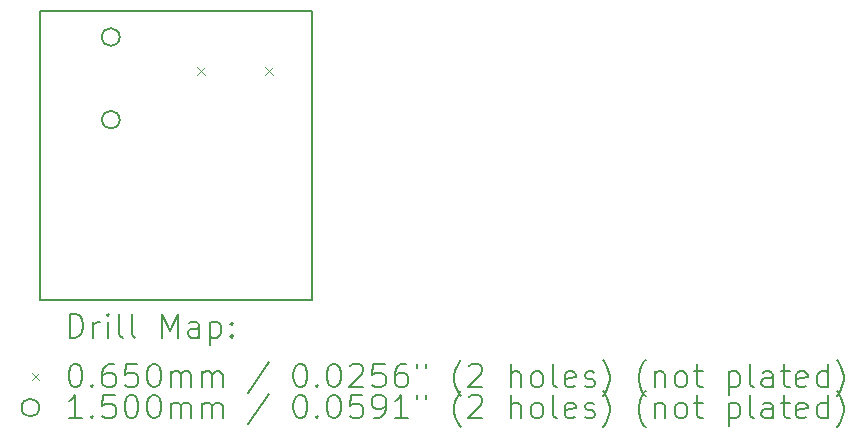
<source format=gbr>
%FSLAX45Y45*%
G04 Gerber Fmt 4.5, Leading zero omitted, Abs format (unit mm)*
G04 Created by KiCad (PCBNEW (6.0.5)) date 2022-07-09 20:46:15*
%MOMM*%
%LPD*%
G01*
G04 APERTURE LIST*
%TA.AperFunction,Profile*%
%ADD10C,0.127000*%
%TD*%
%ADD11C,0.200000*%
%ADD12C,0.065000*%
%ADD13C,0.150000*%
G04 APERTURE END LIST*
D10*
X5000000Y-5000000D02*
X7300000Y-5000000D01*
X7300000Y-5000000D02*
X7300000Y-7450000D01*
X7300000Y-7450000D02*
X5000000Y-7450000D01*
X5000000Y-7450000D02*
X5000000Y-5000000D01*
D11*
D12*
X6328500Y-5478000D02*
X6393500Y-5543000D01*
X6393500Y-5478000D02*
X6328500Y-5543000D01*
X6906500Y-5478000D02*
X6971500Y-5543000D01*
X6971500Y-5478000D02*
X6906500Y-5543000D01*
D13*
X5675000Y-5222500D02*
G75*
G03*
X5675000Y-5222500I-75000J0D01*
G01*
X5675000Y-5922500D02*
G75*
G03*
X5675000Y-5922500I-75000J0D01*
G01*
D11*
X5251269Y-7766826D02*
X5251269Y-7566826D01*
X5298888Y-7566826D01*
X5327460Y-7576350D01*
X5346507Y-7595398D01*
X5356031Y-7614445D01*
X5365555Y-7652540D01*
X5365555Y-7681112D01*
X5356031Y-7719207D01*
X5346507Y-7738255D01*
X5327460Y-7757302D01*
X5298888Y-7766826D01*
X5251269Y-7766826D01*
X5451269Y-7766826D02*
X5451269Y-7633493D01*
X5451269Y-7671588D02*
X5460793Y-7652540D01*
X5470317Y-7643017D01*
X5489364Y-7633493D01*
X5508412Y-7633493D01*
X5575079Y-7766826D02*
X5575079Y-7633493D01*
X5575079Y-7566826D02*
X5565555Y-7576350D01*
X5575079Y-7585874D01*
X5584602Y-7576350D01*
X5575079Y-7566826D01*
X5575079Y-7585874D01*
X5698888Y-7766826D02*
X5679840Y-7757302D01*
X5670317Y-7738255D01*
X5670317Y-7566826D01*
X5803650Y-7766826D02*
X5784602Y-7757302D01*
X5775078Y-7738255D01*
X5775078Y-7566826D01*
X6032221Y-7766826D02*
X6032221Y-7566826D01*
X6098888Y-7709683D01*
X6165555Y-7566826D01*
X6165555Y-7766826D01*
X6346507Y-7766826D02*
X6346507Y-7662064D01*
X6336983Y-7643017D01*
X6317936Y-7633493D01*
X6279840Y-7633493D01*
X6260793Y-7643017D01*
X6346507Y-7757302D02*
X6327459Y-7766826D01*
X6279840Y-7766826D01*
X6260793Y-7757302D01*
X6251269Y-7738255D01*
X6251269Y-7719207D01*
X6260793Y-7700159D01*
X6279840Y-7690636D01*
X6327459Y-7690636D01*
X6346507Y-7681112D01*
X6441745Y-7633493D02*
X6441745Y-7833493D01*
X6441745Y-7643017D02*
X6460793Y-7633493D01*
X6498888Y-7633493D01*
X6517936Y-7643017D01*
X6527459Y-7652540D01*
X6536983Y-7671588D01*
X6536983Y-7728731D01*
X6527459Y-7747778D01*
X6517936Y-7757302D01*
X6498888Y-7766826D01*
X6460793Y-7766826D01*
X6441745Y-7757302D01*
X6622698Y-7747778D02*
X6632221Y-7757302D01*
X6622698Y-7766826D01*
X6613174Y-7757302D01*
X6622698Y-7747778D01*
X6622698Y-7766826D01*
X6622698Y-7643017D02*
X6632221Y-7652540D01*
X6622698Y-7662064D01*
X6613174Y-7652540D01*
X6622698Y-7643017D01*
X6622698Y-7662064D01*
D12*
X4928650Y-8063850D02*
X4993650Y-8128850D01*
X4993650Y-8063850D02*
X4928650Y-8128850D01*
D11*
X5289364Y-7986826D02*
X5308412Y-7986826D01*
X5327460Y-7996350D01*
X5336983Y-8005874D01*
X5346507Y-8024921D01*
X5356031Y-8063017D01*
X5356031Y-8110636D01*
X5346507Y-8148731D01*
X5336983Y-8167778D01*
X5327460Y-8177302D01*
X5308412Y-8186826D01*
X5289364Y-8186826D01*
X5270317Y-8177302D01*
X5260793Y-8167778D01*
X5251269Y-8148731D01*
X5241745Y-8110636D01*
X5241745Y-8063017D01*
X5251269Y-8024921D01*
X5260793Y-8005874D01*
X5270317Y-7996350D01*
X5289364Y-7986826D01*
X5441745Y-8167778D02*
X5451269Y-8177302D01*
X5441745Y-8186826D01*
X5432221Y-8177302D01*
X5441745Y-8167778D01*
X5441745Y-8186826D01*
X5622698Y-7986826D02*
X5584602Y-7986826D01*
X5565555Y-7996350D01*
X5556031Y-8005874D01*
X5536983Y-8034445D01*
X5527460Y-8072540D01*
X5527460Y-8148731D01*
X5536983Y-8167778D01*
X5546507Y-8177302D01*
X5565555Y-8186826D01*
X5603650Y-8186826D01*
X5622698Y-8177302D01*
X5632221Y-8167778D01*
X5641745Y-8148731D01*
X5641745Y-8101112D01*
X5632221Y-8082064D01*
X5622698Y-8072540D01*
X5603650Y-8063017D01*
X5565555Y-8063017D01*
X5546507Y-8072540D01*
X5536983Y-8082064D01*
X5527460Y-8101112D01*
X5822698Y-7986826D02*
X5727459Y-7986826D01*
X5717936Y-8082064D01*
X5727459Y-8072540D01*
X5746507Y-8063017D01*
X5794126Y-8063017D01*
X5813174Y-8072540D01*
X5822698Y-8082064D01*
X5832221Y-8101112D01*
X5832221Y-8148731D01*
X5822698Y-8167778D01*
X5813174Y-8177302D01*
X5794126Y-8186826D01*
X5746507Y-8186826D01*
X5727459Y-8177302D01*
X5717936Y-8167778D01*
X5956031Y-7986826D02*
X5975078Y-7986826D01*
X5994126Y-7996350D01*
X6003650Y-8005874D01*
X6013174Y-8024921D01*
X6022698Y-8063017D01*
X6022698Y-8110636D01*
X6013174Y-8148731D01*
X6003650Y-8167778D01*
X5994126Y-8177302D01*
X5975078Y-8186826D01*
X5956031Y-8186826D01*
X5936983Y-8177302D01*
X5927459Y-8167778D01*
X5917936Y-8148731D01*
X5908412Y-8110636D01*
X5908412Y-8063017D01*
X5917936Y-8024921D01*
X5927459Y-8005874D01*
X5936983Y-7996350D01*
X5956031Y-7986826D01*
X6108412Y-8186826D02*
X6108412Y-8053493D01*
X6108412Y-8072540D02*
X6117936Y-8063017D01*
X6136983Y-8053493D01*
X6165555Y-8053493D01*
X6184602Y-8063017D01*
X6194126Y-8082064D01*
X6194126Y-8186826D01*
X6194126Y-8082064D02*
X6203650Y-8063017D01*
X6222698Y-8053493D01*
X6251269Y-8053493D01*
X6270317Y-8063017D01*
X6279840Y-8082064D01*
X6279840Y-8186826D01*
X6375078Y-8186826D02*
X6375078Y-8053493D01*
X6375078Y-8072540D02*
X6384602Y-8063017D01*
X6403650Y-8053493D01*
X6432221Y-8053493D01*
X6451269Y-8063017D01*
X6460793Y-8082064D01*
X6460793Y-8186826D01*
X6460793Y-8082064D02*
X6470317Y-8063017D01*
X6489364Y-8053493D01*
X6517936Y-8053493D01*
X6536983Y-8063017D01*
X6546507Y-8082064D01*
X6546507Y-8186826D01*
X6936983Y-7977302D02*
X6765555Y-8234445D01*
X7194126Y-7986826D02*
X7213174Y-7986826D01*
X7232221Y-7996350D01*
X7241745Y-8005874D01*
X7251269Y-8024921D01*
X7260793Y-8063017D01*
X7260793Y-8110636D01*
X7251269Y-8148731D01*
X7241745Y-8167778D01*
X7232221Y-8177302D01*
X7213174Y-8186826D01*
X7194126Y-8186826D01*
X7175078Y-8177302D01*
X7165555Y-8167778D01*
X7156031Y-8148731D01*
X7146507Y-8110636D01*
X7146507Y-8063017D01*
X7156031Y-8024921D01*
X7165555Y-8005874D01*
X7175078Y-7996350D01*
X7194126Y-7986826D01*
X7346507Y-8167778D02*
X7356031Y-8177302D01*
X7346507Y-8186826D01*
X7336983Y-8177302D01*
X7346507Y-8167778D01*
X7346507Y-8186826D01*
X7479840Y-7986826D02*
X7498888Y-7986826D01*
X7517936Y-7996350D01*
X7527459Y-8005874D01*
X7536983Y-8024921D01*
X7546507Y-8063017D01*
X7546507Y-8110636D01*
X7536983Y-8148731D01*
X7527459Y-8167778D01*
X7517936Y-8177302D01*
X7498888Y-8186826D01*
X7479840Y-8186826D01*
X7460793Y-8177302D01*
X7451269Y-8167778D01*
X7441745Y-8148731D01*
X7432221Y-8110636D01*
X7432221Y-8063017D01*
X7441745Y-8024921D01*
X7451269Y-8005874D01*
X7460793Y-7996350D01*
X7479840Y-7986826D01*
X7622698Y-8005874D02*
X7632221Y-7996350D01*
X7651269Y-7986826D01*
X7698888Y-7986826D01*
X7717936Y-7996350D01*
X7727459Y-8005874D01*
X7736983Y-8024921D01*
X7736983Y-8043969D01*
X7727459Y-8072540D01*
X7613174Y-8186826D01*
X7736983Y-8186826D01*
X7917936Y-7986826D02*
X7822698Y-7986826D01*
X7813174Y-8082064D01*
X7822698Y-8072540D01*
X7841745Y-8063017D01*
X7889364Y-8063017D01*
X7908412Y-8072540D01*
X7917936Y-8082064D01*
X7927459Y-8101112D01*
X7927459Y-8148731D01*
X7917936Y-8167778D01*
X7908412Y-8177302D01*
X7889364Y-8186826D01*
X7841745Y-8186826D01*
X7822698Y-8177302D01*
X7813174Y-8167778D01*
X8098888Y-7986826D02*
X8060793Y-7986826D01*
X8041745Y-7996350D01*
X8032221Y-8005874D01*
X8013174Y-8034445D01*
X8003650Y-8072540D01*
X8003650Y-8148731D01*
X8013174Y-8167778D01*
X8022698Y-8177302D01*
X8041745Y-8186826D01*
X8079840Y-8186826D01*
X8098888Y-8177302D01*
X8108412Y-8167778D01*
X8117936Y-8148731D01*
X8117936Y-8101112D01*
X8108412Y-8082064D01*
X8098888Y-8072540D01*
X8079840Y-8063017D01*
X8041745Y-8063017D01*
X8022698Y-8072540D01*
X8013174Y-8082064D01*
X8003650Y-8101112D01*
X8194126Y-7986826D02*
X8194126Y-8024921D01*
X8270317Y-7986826D02*
X8270317Y-8024921D01*
X8565555Y-8263017D02*
X8556031Y-8253493D01*
X8536983Y-8224921D01*
X8527460Y-8205874D01*
X8517936Y-8177302D01*
X8508412Y-8129683D01*
X8508412Y-8091588D01*
X8517936Y-8043969D01*
X8527460Y-8015398D01*
X8536983Y-7996350D01*
X8556031Y-7967778D01*
X8565555Y-7958255D01*
X8632221Y-8005874D02*
X8641745Y-7996350D01*
X8660793Y-7986826D01*
X8708412Y-7986826D01*
X8727460Y-7996350D01*
X8736983Y-8005874D01*
X8746507Y-8024921D01*
X8746507Y-8043969D01*
X8736983Y-8072540D01*
X8622698Y-8186826D01*
X8746507Y-8186826D01*
X8984602Y-8186826D02*
X8984602Y-7986826D01*
X9070317Y-8186826D02*
X9070317Y-8082064D01*
X9060793Y-8063017D01*
X9041745Y-8053493D01*
X9013174Y-8053493D01*
X8994126Y-8063017D01*
X8984602Y-8072540D01*
X9194126Y-8186826D02*
X9175079Y-8177302D01*
X9165555Y-8167778D01*
X9156031Y-8148731D01*
X9156031Y-8091588D01*
X9165555Y-8072540D01*
X9175079Y-8063017D01*
X9194126Y-8053493D01*
X9222698Y-8053493D01*
X9241745Y-8063017D01*
X9251269Y-8072540D01*
X9260793Y-8091588D01*
X9260793Y-8148731D01*
X9251269Y-8167778D01*
X9241745Y-8177302D01*
X9222698Y-8186826D01*
X9194126Y-8186826D01*
X9375079Y-8186826D02*
X9356031Y-8177302D01*
X9346507Y-8158255D01*
X9346507Y-7986826D01*
X9527460Y-8177302D02*
X9508412Y-8186826D01*
X9470317Y-8186826D01*
X9451269Y-8177302D01*
X9441745Y-8158255D01*
X9441745Y-8082064D01*
X9451269Y-8063017D01*
X9470317Y-8053493D01*
X9508412Y-8053493D01*
X9527460Y-8063017D01*
X9536983Y-8082064D01*
X9536983Y-8101112D01*
X9441745Y-8120159D01*
X9613174Y-8177302D02*
X9632221Y-8186826D01*
X9670317Y-8186826D01*
X9689364Y-8177302D01*
X9698888Y-8158255D01*
X9698888Y-8148731D01*
X9689364Y-8129683D01*
X9670317Y-8120159D01*
X9641745Y-8120159D01*
X9622698Y-8110636D01*
X9613174Y-8091588D01*
X9613174Y-8082064D01*
X9622698Y-8063017D01*
X9641745Y-8053493D01*
X9670317Y-8053493D01*
X9689364Y-8063017D01*
X9765555Y-8263017D02*
X9775079Y-8253493D01*
X9794126Y-8224921D01*
X9803650Y-8205874D01*
X9813174Y-8177302D01*
X9822698Y-8129683D01*
X9822698Y-8091588D01*
X9813174Y-8043969D01*
X9803650Y-8015398D01*
X9794126Y-7996350D01*
X9775079Y-7967778D01*
X9765555Y-7958255D01*
X10127460Y-8263017D02*
X10117936Y-8253493D01*
X10098888Y-8224921D01*
X10089364Y-8205874D01*
X10079840Y-8177302D01*
X10070317Y-8129683D01*
X10070317Y-8091588D01*
X10079840Y-8043969D01*
X10089364Y-8015398D01*
X10098888Y-7996350D01*
X10117936Y-7967778D01*
X10127460Y-7958255D01*
X10203650Y-8053493D02*
X10203650Y-8186826D01*
X10203650Y-8072540D02*
X10213174Y-8063017D01*
X10232221Y-8053493D01*
X10260793Y-8053493D01*
X10279840Y-8063017D01*
X10289364Y-8082064D01*
X10289364Y-8186826D01*
X10413174Y-8186826D02*
X10394126Y-8177302D01*
X10384602Y-8167778D01*
X10375079Y-8148731D01*
X10375079Y-8091588D01*
X10384602Y-8072540D01*
X10394126Y-8063017D01*
X10413174Y-8053493D01*
X10441745Y-8053493D01*
X10460793Y-8063017D01*
X10470317Y-8072540D01*
X10479840Y-8091588D01*
X10479840Y-8148731D01*
X10470317Y-8167778D01*
X10460793Y-8177302D01*
X10441745Y-8186826D01*
X10413174Y-8186826D01*
X10536983Y-8053493D02*
X10613174Y-8053493D01*
X10565555Y-7986826D02*
X10565555Y-8158255D01*
X10575079Y-8177302D01*
X10594126Y-8186826D01*
X10613174Y-8186826D01*
X10832221Y-8053493D02*
X10832221Y-8253493D01*
X10832221Y-8063017D02*
X10851269Y-8053493D01*
X10889364Y-8053493D01*
X10908412Y-8063017D01*
X10917936Y-8072540D01*
X10927460Y-8091588D01*
X10927460Y-8148731D01*
X10917936Y-8167778D01*
X10908412Y-8177302D01*
X10889364Y-8186826D01*
X10851269Y-8186826D01*
X10832221Y-8177302D01*
X11041745Y-8186826D02*
X11022698Y-8177302D01*
X11013174Y-8158255D01*
X11013174Y-7986826D01*
X11203650Y-8186826D02*
X11203650Y-8082064D01*
X11194126Y-8063017D01*
X11175079Y-8053493D01*
X11136983Y-8053493D01*
X11117936Y-8063017D01*
X11203650Y-8177302D02*
X11184602Y-8186826D01*
X11136983Y-8186826D01*
X11117936Y-8177302D01*
X11108412Y-8158255D01*
X11108412Y-8139207D01*
X11117936Y-8120159D01*
X11136983Y-8110636D01*
X11184602Y-8110636D01*
X11203650Y-8101112D01*
X11270317Y-8053493D02*
X11346507Y-8053493D01*
X11298888Y-7986826D02*
X11298888Y-8158255D01*
X11308412Y-8177302D01*
X11327459Y-8186826D01*
X11346507Y-8186826D01*
X11489364Y-8177302D02*
X11470317Y-8186826D01*
X11432221Y-8186826D01*
X11413174Y-8177302D01*
X11403650Y-8158255D01*
X11403650Y-8082064D01*
X11413174Y-8063017D01*
X11432221Y-8053493D01*
X11470317Y-8053493D01*
X11489364Y-8063017D01*
X11498888Y-8082064D01*
X11498888Y-8101112D01*
X11403650Y-8120159D01*
X11670317Y-8186826D02*
X11670317Y-7986826D01*
X11670317Y-8177302D02*
X11651269Y-8186826D01*
X11613174Y-8186826D01*
X11594126Y-8177302D01*
X11584602Y-8167778D01*
X11575078Y-8148731D01*
X11575078Y-8091588D01*
X11584602Y-8072540D01*
X11594126Y-8063017D01*
X11613174Y-8053493D01*
X11651269Y-8053493D01*
X11670317Y-8063017D01*
X11746507Y-8263017D02*
X11756031Y-8253493D01*
X11775078Y-8224921D01*
X11784602Y-8205874D01*
X11794126Y-8177302D01*
X11803650Y-8129683D01*
X11803650Y-8091588D01*
X11794126Y-8043969D01*
X11784602Y-8015398D01*
X11775078Y-7996350D01*
X11756031Y-7967778D01*
X11746507Y-7958255D01*
D13*
X4993650Y-8360350D02*
G75*
G03*
X4993650Y-8360350I-75000J0D01*
G01*
D11*
X5356031Y-8450826D02*
X5241745Y-8450826D01*
X5298888Y-8450826D02*
X5298888Y-8250826D01*
X5279840Y-8279398D01*
X5260793Y-8298445D01*
X5241745Y-8307969D01*
X5441745Y-8431779D02*
X5451269Y-8441302D01*
X5441745Y-8450826D01*
X5432221Y-8441302D01*
X5441745Y-8431779D01*
X5441745Y-8450826D01*
X5632221Y-8250826D02*
X5536983Y-8250826D01*
X5527460Y-8346064D01*
X5536983Y-8336540D01*
X5556031Y-8327017D01*
X5603650Y-8327017D01*
X5622698Y-8336540D01*
X5632221Y-8346064D01*
X5641745Y-8365112D01*
X5641745Y-8412731D01*
X5632221Y-8431779D01*
X5622698Y-8441302D01*
X5603650Y-8450826D01*
X5556031Y-8450826D01*
X5536983Y-8441302D01*
X5527460Y-8431779D01*
X5765555Y-8250826D02*
X5784602Y-8250826D01*
X5803650Y-8260350D01*
X5813174Y-8269874D01*
X5822698Y-8288921D01*
X5832221Y-8327017D01*
X5832221Y-8374636D01*
X5822698Y-8412731D01*
X5813174Y-8431779D01*
X5803650Y-8441302D01*
X5784602Y-8450826D01*
X5765555Y-8450826D01*
X5746507Y-8441302D01*
X5736983Y-8431779D01*
X5727459Y-8412731D01*
X5717936Y-8374636D01*
X5717936Y-8327017D01*
X5727459Y-8288921D01*
X5736983Y-8269874D01*
X5746507Y-8260350D01*
X5765555Y-8250826D01*
X5956031Y-8250826D02*
X5975078Y-8250826D01*
X5994126Y-8260350D01*
X6003650Y-8269874D01*
X6013174Y-8288921D01*
X6022698Y-8327017D01*
X6022698Y-8374636D01*
X6013174Y-8412731D01*
X6003650Y-8431779D01*
X5994126Y-8441302D01*
X5975078Y-8450826D01*
X5956031Y-8450826D01*
X5936983Y-8441302D01*
X5927459Y-8431779D01*
X5917936Y-8412731D01*
X5908412Y-8374636D01*
X5908412Y-8327017D01*
X5917936Y-8288921D01*
X5927459Y-8269874D01*
X5936983Y-8260350D01*
X5956031Y-8250826D01*
X6108412Y-8450826D02*
X6108412Y-8317493D01*
X6108412Y-8336540D02*
X6117936Y-8327017D01*
X6136983Y-8317493D01*
X6165555Y-8317493D01*
X6184602Y-8327017D01*
X6194126Y-8346064D01*
X6194126Y-8450826D01*
X6194126Y-8346064D02*
X6203650Y-8327017D01*
X6222698Y-8317493D01*
X6251269Y-8317493D01*
X6270317Y-8327017D01*
X6279840Y-8346064D01*
X6279840Y-8450826D01*
X6375078Y-8450826D02*
X6375078Y-8317493D01*
X6375078Y-8336540D02*
X6384602Y-8327017D01*
X6403650Y-8317493D01*
X6432221Y-8317493D01*
X6451269Y-8327017D01*
X6460793Y-8346064D01*
X6460793Y-8450826D01*
X6460793Y-8346064D02*
X6470317Y-8327017D01*
X6489364Y-8317493D01*
X6517936Y-8317493D01*
X6536983Y-8327017D01*
X6546507Y-8346064D01*
X6546507Y-8450826D01*
X6936983Y-8241302D02*
X6765555Y-8498445D01*
X7194126Y-8250826D02*
X7213174Y-8250826D01*
X7232221Y-8260350D01*
X7241745Y-8269874D01*
X7251269Y-8288921D01*
X7260793Y-8327017D01*
X7260793Y-8374636D01*
X7251269Y-8412731D01*
X7241745Y-8431779D01*
X7232221Y-8441302D01*
X7213174Y-8450826D01*
X7194126Y-8450826D01*
X7175078Y-8441302D01*
X7165555Y-8431779D01*
X7156031Y-8412731D01*
X7146507Y-8374636D01*
X7146507Y-8327017D01*
X7156031Y-8288921D01*
X7165555Y-8269874D01*
X7175078Y-8260350D01*
X7194126Y-8250826D01*
X7346507Y-8431779D02*
X7356031Y-8441302D01*
X7346507Y-8450826D01*
X7336983Y-8441302D01*
X7346507Y-8431779D01*
X7346507Y-8450826D01*
X7479840Y-8250826D02*
X7498888Y-8250826D01*
X7517936Y-8260350D01*
X7527459Y-8269874D01*
X7536983Y-8288921D01*
X7546507Y-8327017D01*
X7546507Y-8374636D01*
X7536983Y-8412731D01*
X7527459Y-8431779D01*
X7517936Y-8441302D01*
X7498888Y-8450826D01*
X7479840Y-8450826D01*
X7460793Y-8441302D01*
X7451269Y-8431779D01*
X7441745Y-8412731D01*
X7432221Y-8374636D01*
X7432221Y-8327017D01*
X7441745Y-8288921D01*
X7451269Y-8269874D01*
X7460793Y-8260350D01*
X7479840Y-8250826D01*
X7727459Y-8250826D02*
X7632221Y-8250826D01*
X7622698Y-8346064D01*
X7632221Y-8336540D01*
X7651269Y-8327017D01*
X7698888Y-8327017D01*
X7717936Y-8336540D01*
X7727459Y-8346064D01*
X7736983Y-8365112D01*
X7736983Y-8412731D01*
X7727459Y-8431779D01*
X7717936Y-8441302D01*
X7698888Y-8450826D01*
X7651269Y-8450826D01*
X7632221Y-8441302D01*
X7622698Y-8431779D01*
X7832221Y-8450826D02*
X7870317Y-8450826D01*
X7889364Y-8441302D01*
X7898888Y-8431779D01*
X7917936Y-8403207D01*
X7927459Y-8365112D01*
X7927459Y-8288921D01*
X7917936Y-8269874D01*
X7908412Y-8260350D01*
X7889364Y-8250826D01*
X7851269Y-8250826D01*
X7832221Y-8260350D01*
X7822698Y-8269874D01*
X7813174Y-8288921D01*
X7813174Y-8336540D01*
X7822698Y-8355588D01*
X7832221Y-8365112D01*
X7851269Y-8374636D01*
X7889364Y-8374636D01*
X7908412Y-8365112D01*
X7917936Y-8355588D01*
X7927459Y-8336540D01*
X8117936Y-8450826D02*
X8003650Y-8450826D01*
X8060793Y-8450826D02*
X8060793Y-8250826D01*
X8041745Y-8279398D01*
X8022698Y-8298445D01*
X8003650Y-8307969D01*
X8194126Y-8250826D02*
X8194126Y-8288921D01*
X8270317Y-8250826D02*
X8270317Y-8288921D01*
X8565555Y-8527017D02*
X8556031Y-8517493D01*
X8536983Y-8488921D01*
X8527460Y-8469874D01*
X8517936Y-8441302D01*
X8508412Y-8393683D01*
X8508412Y-8355588D01*
X8517936Y-8307969D01*
X8527460Y-8279398D01*
X8536983Y-8260350D01*
X8556031Y-8231778D01*
X8565555Y-8222255D01*
X8632221Y-8269874D02*
X8641745Y-8260350D01*
X8660793Y-8250826D01*
X8708412Y-8250826D01*
X8727460Y-8260350D01*
X8736983Y-8269874D01*
X8746507Y-8288921D01*
X8746507Y-8307969D01*
X8736983Y-8336540D01*
X8622698Y-8450826D01*
X8746507Y-8450826D01*
X8984602Y-8450826D02*
X8984602Y-8250826D01*
X9070317Y-8450826D02*
X9070317Y-8346064D01*
X9060793Y-8327017D01*
X9041745Y-8317493D01*
X9013174Y-8317493D01*
X8994126Y-8327017D01*
X8984602Y-8336540D01*
X9194126Y-8450826D02*
X9175079Y-8441302D01*
X9165555Y-8431779D01*
X9156031Y-8412731D01*
X9156031Y-8355588D01*
X9165555Y-8336540D01*
X9175079Y-8327017D01*
X9194126Y-8317493D01*
X9222698Y-8317493D01*
X9241745Y-8327017D01*
X9251269Y-8336540D01*
X9260793Y-8355588D01*
X9260793Y-8412731D01*
X9251269Y-8431779D01*
X9241745Y-8441302D01*
X9222698Y-8450826D01*
X9194126Y-8450826D01*
X9375079Y-8450826D02*
X9356031Y-8441302D01*
X9346507Y-8422255D01*
X9346507Y-8250826D01*
X9527460Y-8441302D02*
X9508412Y-8450826D01*
X9470317Y-8450826D01*
X9451269Y-8441302D01*
X9441745Y-8422255D01*
X9441745Y-8346064D01*
X9451269Y-8327017D01*
X9470317Y-8317493D01*
X9508412Y-8317493D01*
X9527460Y-8327017D01*
X9536983Y-8346064D01*
X9536983Y-8365112D01*
X9441745Y-8384159D01*
X9613174Y-8441302D02*
X9632221Y-8450826D01*
X9670317Y-8450826D01*
X9689364Y-8441302D01*
X9698888Y-8422255D01*
X9698888Y-8412731D01*
X9689364Y-8393683D01*
X9670317Y-8384159D01*
X9641745Y-8384159D01*
X9622698Y-8374636D01*
X9613174Y-8355588D01*
X9613174Y-8346064D01*
X9622698Y-8327017D01*
X9641745Y-8317493D01*
X9670317Y-8317493D01*
X9689364Y-8327017D01*
X9765555Y-8527017D02*
X9775079Y-8517493D01*
X9794126Y-8488921D01*
X9803650Y-8469874D01*
X9813174Y-8441302D01*
X9822698Y-8393683D01*
X9822698Y-8355588D01*
X9813174Y-8307969D01*
X9803650Y-8279398D01*
X9794126Y-8260350D01*
X9775079Y-8231778D01*
X9765555Y-8222255D01*
X10127460Y-8527017D02*
X10117936Y-8517493D01*
X10098888Y-8488921D01*
X10089364Y-8469874D01*
X10079840Y-8441302D01*
X10070317Y-8393683D01*
X10070317Y-8355588D01*
X10079840Y-8307969D01*
X10089364Y-8279398D01*
X10098888Y-8260350D01*
X10117936Y-8231778D01*
X10127460Y-8222255D01*
X10203650Y-8317493D02*
X10203650Y-8450826D01*
X10203650Y-8336540D02*
X10213174Y-8327017D01*
X10232221Y-8317493D01*
X10260793Y-8317493D01*
X10279840Y-8327017D01*
X10289364Y-8346064D01*
X10289364Y-8450826D01*
X10413174Y-8450826D02*
X10394126Y-8441302D01*
X10384602Y-8431779D01*
X10375079Y-8412731D01*
X10375079Y-8355588D01*
X10384602Y-8336540D01*
X10394126Y-8327017D01*
X10413174Y-8317493D01*
X10441745Y-8317493D01*
X10460793Y-8327017D01*
X10470317Y-8336540D01*
X10479840Y-8355588D01*
X10479840Y-8412731D01*
X10470317Y-8431779D01*
X10460793Y-8441302D01*
X10441745Y-8450826D01*
X10413174Y-8450826D01*
X10536983Y-8317493D02*
X10613174Y-8317493D01*
X10565555Y-8250826D02*
X10565555Y-8422255D01*
X10575079Y-8441302D01*
X10594126Y-8450826D01*
X10613174Y-8450826D01*
X10832221Y-8317493D02*
X10832221Y-8517493D01*
X10832221Y-8327017D02*
X10851269Y-8317493D01*
X10889364Y-8317493D01*
X10908412Y-8327017D01*
X10917936Y-8336540D01*
X10927460Y-8355588D01*
X10927460Y-8412731D01*
X10917936Y-8431779D01*
X10908412Y-8441302D01*
X10889364Y-8450826D01*
X10851269Y-8450826D01*
X10832221Y-8441302D01*
X11041745Y-8450826D02*
X11022698Y-8441302D01*
X11013174Y-8422255D01*
X11013174Y-8250826D01*
X11203650Y-8450826D02*
X11203650Y-8346064D01*
X11194126Y-8327017D01*
X11175079Y-8317493D01*
X11136983Y-8317493D01*
X11117936Y-8327017D01*
X11203650Y-8441302D02*
X11184602Y-8450826D01*
X11136983Y-8450826D01*
X11117936Y-8441302D01*
X11108412Y-8422255D01*
X11108412Y-8403207D01*
X11117936Y-8384159D01*
X11136983Y-8374636D01*
X11184602Y-8374636D01*
X11203650Y-8365112D01*
X11270317Y-8317493D02*
X11346507Y-8317493D01*
X11298888Y-8250826D02*
X11298888Y-8422255D01*
X11308412Y-8441302D01*
X11327459Y-8450826D01*
X11346507Y-8450826D01*
X11489364Y-8441302D02*
X11470317Y-8450826D01*
X11432221Y-8450826D01*
X11413174Y-8441302D01*
X11403650Y-8422255D01*
X11403650Y-8346064D01*
X11413174Y-8327017D01*
X11432221Y-8317493D01*
X11470317Y-8317493D01*
X11489364Y-8327017D01*
X11498888Y-8346064D01*
X11498888Y-8365112D01*
X11403650Y-8384159D01*
X11670317Y-8450826D02*
X11670317Y-8250826D01*
X11670317Y-8441302D02*
X11651269Y-8450826D01*
X11613174Y-8450826D01*
X11594126Y-8441302D01*
X11584602Y-8431779D01*
X11575078Y-8412731D01*
X11575078Y-8355588D01*
X11584602Y-8336540D01*
X11594126Y-8327017D01*
X11613174Y-8317493D01*
X11651269Y-8317493D01*
X11670317Y-8327017D01*
X11746507Y-8527017D02*
X11756031Y-8517493D01*
X11775078Y-8488921D01*
X11784602Y-8469874D01*
X11794126Y-8441302D01*
X11803650Y-8393683D01*
X11803650Y-8355588D01*
X11794126Y-8307969D01*
X11784602Y-8279398D01*
X11775078Y-8260350D01*
X11756031Y-8231778D01*
X11746507Y-8222255D01*
M02*

</source>
